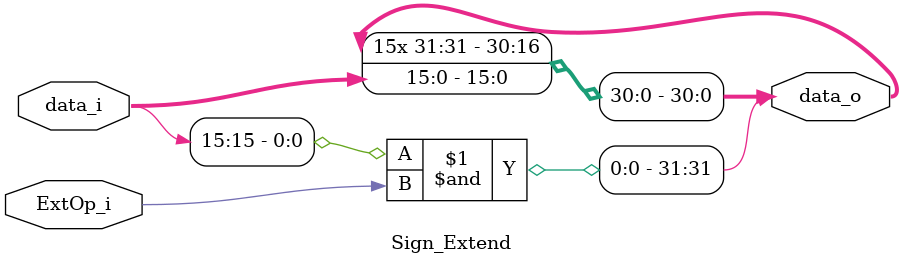
<source format=v>
module Sign_Extend(
    ExtOp_i,
    data_i,
    data_o
);

input         ExtOp_i;
input  [15:0] data_i;
output [31:0] data_o;

assign data_o = { {16{data_i[15]&ExtOp_i}}, data_i };

endmodule

</source>
